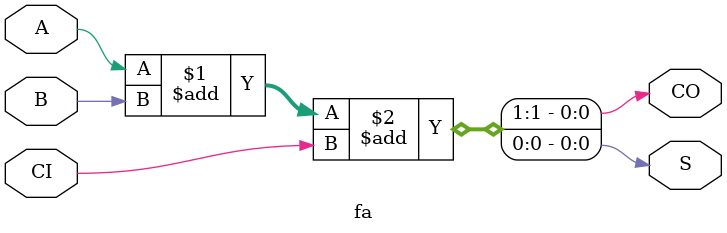
<source format=v>
module full_adder (
    input A,
    input B,
    input CIN,
    output SUM,
    output COUT
);

    wire C1, S1, C2;
    fa fa1 (
        .A(A),
        .B(B),
        .CI(CIN),
        .S(S1),
        .CO(C1)
    );
    fa fa2 (
        .A(S1),
        .B(C1),
        .CI(1'b0),
        .S(SUM),
        .CO(C2)
    );
    assign COUT = C1 | C2;

endmodule 

module fa (
    input A,
    input B,
    input CI,
    output S,
    output CO
);

    assign {CO, S} = A + B + CI;

endmodule
</source>
